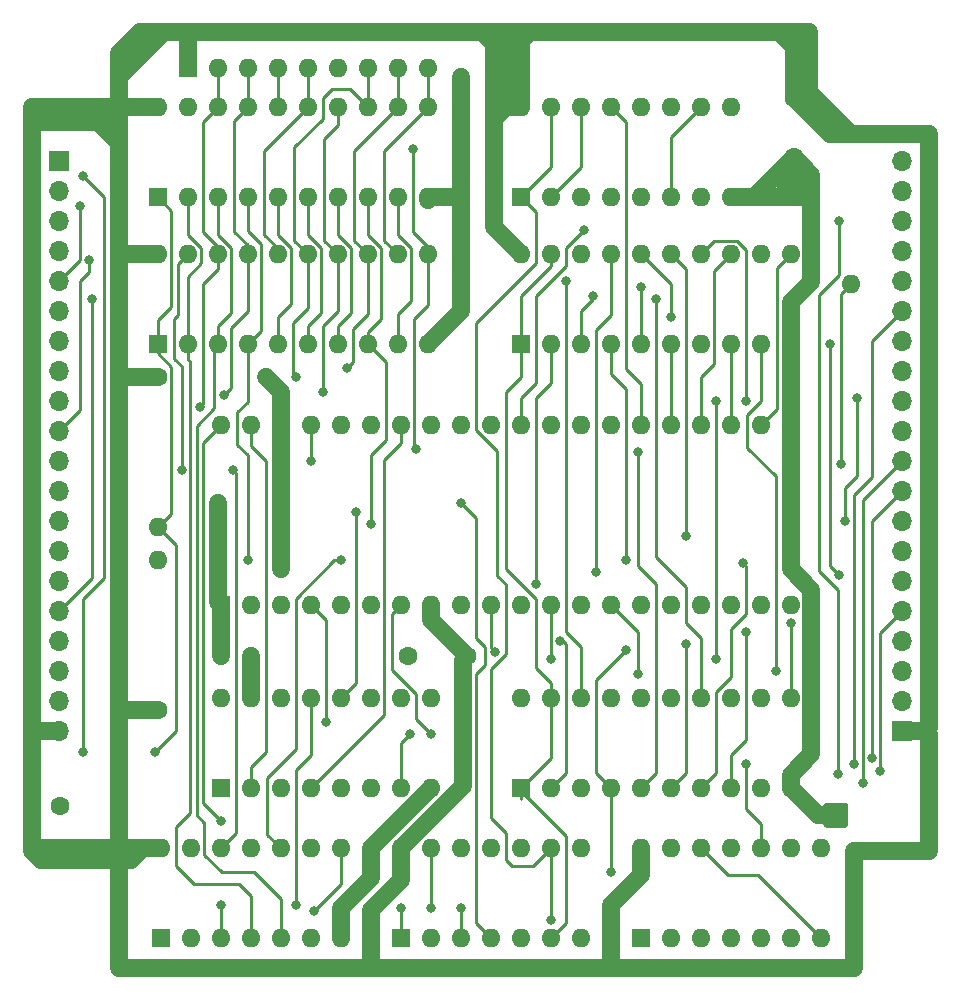
<source format=gtl>
G04 #@! TF.GenerationSoftware,KiCad,Pcbnew,5.1.12-84ad8e8a86~92~ubuntu20.04.1*
G04 #@! TF.CreationDate,2022-08-04T15:06:03-04:00*
G04 #@! TF.ProjectId,burgertime-cpu7,62757267-6572-4746-996d-652d63707537,v1.1*
G04 #@! TF.SameCoordinates,Original*
G04 #@! TF.FileFunction,Copper,L1,Top*
G04 #@! TF.FilePolarity,Positive*
%FSLAX46Y46*%
G04 Gerber Fmt 4.6, Leading zero omitted, Abs format (unit mm)*
G04 Created by KiCad (PCBNEW 5.1.12-84ad8e8a86~92~ubuntu20.04.1) date 2022-08-04 15:06:03*
%MOMM*%
%LPD*%
G01*
G04 APERTURE LIST*
G04 #@! TA.AperFunction,ComponentPad*
%ADD10C,1.600000*%
G04 #@! TD*
G04 #@! TA.AperFunction,ComponentPad*
%ADD11R,1.600000X1.600000*%
G04 #@! TD*
G04 #@! TA.AperFunction,ComponentPad*
%ADD12O,1.600000X1.600000*%
G04 #@! TD*
G04 #@! TA.AperFunction,ComponentPad*
%ADD13O,1.700000X1.700000*%
G04 #@! TD*
G04 #@! TA.AperFunction,ComponentPad*
%ADD14R,1.700000X1.700000*%
G04 #@! TD*
G04 #@! TA.AperFunction,ViaPad*
%ADD15C,0.800000*%
G04 #@! TD*
G04 #@! TA.AperFunction,Conductor*
%ADD16C,1.500000*%
G04 #@! TD*
G04 #@! TA.AperFunction,Conductor*
%ADD17C,0.250000*%
G04 #@! TD*
G04 APERTURE END LIST*
G04 #@! TA.AperFunction,ComponentPad*
G36*
G01*
X171924000Y-123990000D02*
X171924000Y-122390000D01*
G75*
G02*
X172174000Y-122140000I250000J0D01*
G01*
X173774000Y-122140000D01*
G75*
G02*
X174024000Y-122390000I0J-250000D01*
G01*
X174024000Y-123990000D01*
G75*
G02*
X173774000Y-124240000I-250000J0D01*
G01*
X172174000Y-124240000D01*
G75*
G02*
X171924000Y-123990000I0J250000D01*
G01*
G37*
G04 #@! TD.AperFunction*
D10*
X136732000Y-109728000D03*
X141732000Y-109728000D03*
X169418000Y-67484000D03*
X169418000Y-62484000D03*
X107268000Y-122428000D03*
D11*
X112268000Y-122428000D03*
D12*
X120904000Y-90170000D03*
X169164000Y-105410000D03*
X123444000Y-90170000D03*
X166624000Y-105410000D03*
X125984000Y-90170000D03*
X164084000Y-105410000D03*
X128524000Y-90170000D03*
X161544000Y-105410000D03*
X131064000Y-90170000D03*
X159004000Y-105410000D03*
X133604000Y-90170000D03*
X156464000Y-105410000D03*
X136144000Y-90170000D03*
X153924000Y-105410000D03*
X138684000Y-90170000D03*
X151384000Y-105410000D03*
X141224000Y-90170000D03*
X148844000Y-105410000D03*
X143764000Y-90170000D03*
X146304000Y-105410000D03*
X146304000Y-90170000D03*
X143764000Y-105410000D03*
X148844000Y-90170000D03*
X141224000Y-105410000D03*
X151384000Y-90170000D03*
X138684000Y-105410000D03*
X153924000Y-90170000D03*
X136144000Y-105410000D03*
X156464000Y-90170000D03*
X133604000Y-105410000D03*
X159004000Y-90170000D03*
X131064000Y-105410000D03*
X161544000Y-90170000D03*
X128524000Y-105410000D03*
X164084000Y-90170000D03*
X125984000Y-105410000D03*
X166624000Y-90170000D03*
X123444000Y-105410000D03*
X169164000Y-90170000D03*
D11*
X120904000Y-105410000D03*
D12*
X146304000Y-63246000D03*
X164084000Y-70866000D03*
X148844000Y-63246000D03*
X161544000Y-70866000D03*
X151384000Y-63246000D03*
X159004000Y-70866000D03*
X153924000Y-63246000D03*
X156464000Y-70866000D03*
X156464000Y-63246000D03*
X153924000Y-70866000D03*
X159004000Y-63246000D03*
X151384000Y-70866000D03*
X161544000Y-63246000D03*
X148844000Y-70866000D03*
X164084000Y-63246000D03*
D11*
X146304000Y-70866000D03*
D12*
X138430000Y-59944000D03*
X135890000Y-59944000D03*
X133350000Y-59944000D03*
X130810000Y-59944000D03*
X128270000Y-59944000D03*
X125730000Y-59944000D03*
X123190000Y-59944000D03*
X120650000Y-59944000D03*
D11*
X118110000Y-59944000D03*
D12*
X174244000Y-78232000D03*
D10*
X174244000Y-65532000D03*
D12*
X115570000Y-101600000D03*
D10*
X115570000Y-114300000D03*
D12*
X115570000Y-98806000D03*
D10*
X115570000Y-86106000D03*
D13*
X178562000Y-67818000D03*
X178562000Y-70358000D03*
X178562000Y-72898000D03*
X178562000Y-75438000D03*
X178562000Y-77978000D03*
X178562000Y-80518000D03*
X178562000Y-83058000D03*
X178562000Y-85598000D03*
X178562000Y-88138000D03*
X178562000Y-90678000D03*
X178562000Y-93218000D03*
X178562000Y-95758000D03*
X178562000Y-98298000D03*
X178562000Y-100838000D03*
X178562000Y-103378000D03*
X178562000Y-105918000D03*
X178562000Y-108458000D03*
X178562000Y-110998000D03*
X178562000Y-113538000D03*
D14*
X178562000Y-116078000D03*
D13*
X107188000Y-116078000D03*
X107188000Y-113538000D03*
X107188000Y-110998000D03*
X107188000Y-108458000D03*
X107188000Y-105918000D03*
X107188000Y-103378000D03*
X107188000Y-100838000D03*
X107188000Y-98298000D03*
X107188000Y-95758000D03*
X107188000Y-93218000D03*
X107188000Y-90678000D03*
X107188000Y-88138000D03*
X107188000Y-85598000D03*
X107188000Y-83058000D03*
X107188000Y-80518000D03*
X107188000Y-77978000D03*
X107188000Y-75438000D03*
X107188000Y-72898000D03*
X107188000Y-70358000D03*
D14*
X107188000Y-67818000D03*
D12*
X156464000Y-125984000D03*
X171704000Y-133604000D03*
X159004000Y-125984000D03*
X169164000Y-133604000D03*
X161544000Y-125984000D03*
X166624000Y-133604000D03*
X164084000Y-125984000D03*
X164084000Y-133604000D03*
X166624000Y-125984000D03*
X161544000Y-133604000D03*
X169164000Y-125984000D03*
X159004000Y-133604000D03*
X171704000Y-125984000D03*
D11*
X156464000Y-133604000D03*
D12*
X136144000Y-125984000D03*
X151384000Y-133604000D03*
X138684000Y-125984000D03*
X148844000Y-133604000D03*
X141224000Y-125984000D03*
X146304000Y-133604000D03*
X143764000Y-125984000D03*
X143764000Y-133604000D03*
X146304000Y-125984000D03*
X141224000Y-133604000D03*
X148844000Y-125984000D03*
X138684000Y-133604000D03*
X151384000Y-125984000D03*
D11*
X136144000Y-133604000D03*
D12*
X115824000Y-125984000D03*
X131064000Y-133604000D03*
X118364000Y-125984000D03*
X128524000Y-133604000D03*
X120904000Y-125984000D03*
X125984000Y-133604000D03*
X123444000Y-125984000D03*
X123444000Y-133604000D03*
X125984000Y-125984000D03*
X120904000Y-133604000D03*
X128524000Y-125984000D03*
X118364000Y-133604000D03*
X131064000Y-125984000D03*
D11*
X115824000Y-133604000D03*
D12*
X146304000Y-113284000D03*
X169164000Y-120904000D03*
X148844000Y-113284000D03*
X166624000Y-120904000D03*
X151384000Y-113284000D03*
X164084000Y-120904000D03*
X153924000Y-113284000D03*
X161544000Y-120904000D03*
X156464000Y-113284000D03*
X159004000Y-120904000D03*
X159004000Y-113284000D03*
X156464000Y-120904000D03*
X161544000Y-113284000D03*
X153924000Y-120904000D03*
X164084000Y-113284000D03*
X151384000Y-120904000D03*
X166624000Y-113284000D03*
X148844000Y-120904000D03*
X169164000Y-113284000D03*
D11*
X146304000Y-120904000D03*
D12*
X120904000Y-113284000D03*
X138684000Y-120904000D03*
X123444000Y-113284000D03*
X136144000Y-120904000D03*
X125984000Y-113284000D03*
X133604000Y-120904000D03*
X128524000Y-113284000D03*
X131064000Y-120904000D03*
X131064000Y-113284000D03*
X128524000Y-120904000D03*
X133604000Y-113284000D03*
X125984000Y-120904000D03*
X136144000Y-113284000D03*
X123444000Y-120904000D03*
X138684000Y-113284000D03*
D11*
X120904000Y-120904000D03*
D12*
X146304000Y-75692000D03*
X169164000Y-83312000D03*
X148844000Y-75692000D03*
X166624000Y-83312000D03*
X151384000Y-75692000D03*
X164084000Y-83312000D03*
X153924000Y-75692000D03*
X161544000Y-83312000D03*
X156464000Y-75692000D03*
X159004000Y-83312000D03*
X159004000Y-75692000D03*
X156464000Y-83312000D03*
X161544000Y-75692000D03*
X153924000Y-83312000D03*
X164084000Y-75692000D03*
X151384000Y-83312000D03*
X166624000Y-75692000D03*
X148844000Y-83312000D03*
X169164000Y-75692000D03*
D11*
X146304000Y-83312000D03*
D12*
X115570000Y-75692000D03*
X138430000Y-83312000D03*
X118110000Y-75692000D03*
X135890000Y-83312000D03*
X120650000Y-75692000D03*
X133350000Y-83312000D03*
X123190000Y-75692000D03*
X130810000Y-83312000D03*
X125730000Y-75692000D03*
X128270000Y-83312000D03*
X128270000Y-75692000D03*
X125730000Y-83312000D03*
X130810000Y-75692000D03*
X123190000Y-83312000D03*
X133350000Y-75692000D03*
X120650000Y-83312000D03*
X135890000Y-75692000D03*
X118110000Y-83312000D03*
X138430000Y-75692000D03*
D11*
X115570000Y-83312000D03*
D12*
X115570000Y-63246000D03*
X138430000Y-70866000D03*
X118110000Y-63246000D03*
X135890000Y-70866000D03*
X120650000Y-63246000D03*
X133350000Y-70866000D03*
X123190000Y-63246000D03*
X130810000Y-70866000D03*
X125730000Y-63246000D03*
X128270000Y-70866000D03*
X128270000Y-63246000D03*
X125730000Y-70866000D03*
X130810000Y-63246000D03*
X123190000Y-70866000D03*
X133350000Y-63246000D03*
X120650000Y-70866000D03*
X135890000Y-63246000D03*
X118110000Y-70866000D03*
X138430000Y-63246000D03*
D11*
X115570000Y-70866000D03*
D15*
X123444000Y-109728000D03*
X120904000Y-109728000D03*
X120650000Y-96774000D03*
X141224004Y-60706000D03*
X124714000Y-86106000D03*
X125984000Y-102362000D03*
X109220000Y-117856000D03*
X109220000Y-69088000D03*
X119126000Y-88646000D03*
X133604000Y-98552000D03*
X121158002Y-87630000D03*
X173736000Y-98298000D03*
X174752000Y-87884000D03*
X137160000Y-66802000D03*
X137414000Y-92201996D03*
X151638000Y-73660000D03*
X129540000Y-87339010D03*
X123190000Y-101563010D03*
X127254000Y-86106000D03*
X131572000Y-85344000D03*
X165354000Y-118872000D03*
X115316000Y-117856000D03*
X136906000Y-116332000D03*
X148844000Y-132080000D03*
X117602000Y-93980000D03*
X121920000Y-93980000D03*
X167894000Y-110998000D03*
X109728000Y-76200000D03*
X152654000Y-102616000D03*
X173228004Y-102870000D03*
X172466000Y-83312000D03*
X159004000Y-81026000D03*
X160274000Y-99568000D03*
X156464000Y-78486000D03*
X162814000Y-109982000D03*
X165354000Y-88138000D03*
X162814000Y-88138000D03*
X155194000Y-101600000D03*
X152400000Y-79248000D03*
X109981998Y-79502000D03*
X147574000Y-103632000D03*
X131064000Y-101600000D03*
X120904000Y-123698000D03*
X175296989Y-120432989D03*
X128524000Y-93218000D03*
X169164000Y-106934000D03*
X165354000Y-107696000D03*
X156210000Y-111251992D03*
X160274000Y-108712000D03*
X148844000Y-109982004D03*
X155194002Y-109220000D03*
X153924000Y-128016000D03*
X144148136Y-109383875D03*
X149606000Y-108458000D03*
X138684000Y-116332000D03*
X129794000Y-115316000D03*
X174498000Y-118871998D03*
X138684000Y-131064000D03*
X127254000Y-130810000D03*
X120904000Y-130810000D03*
X173444001Y-93434001D03*
X132334000Y-97536000D03*
X176022000Y-118364000D03*
X108966000Y-71628000D03*
X173228000Y-72898000D03*
X173189573Y-119707979D03*
X150114000Y-77978000D03*
X165100000Y-101854000D03*
X156210000Y-92456000D03*
X157734000Y-79502000D03*
X176747002Y-119416998D03*
X141224000Y-131064000D03*
X136144000Y-131064000D03*
X128778000Y-131318000D03*
X141224000Y-96774000D03*
D16*
X123444000Y-113284000D02*
X123444000Y-109728000D01*
X120904000Y-109728000D02*
X120904000Y-105410000D01*
X169164000Y-79756000D02*
X169164000Y-83312000D01*
X170914001Y-78005999D02*
X169164000Y-79756000D01*
X169418000Y-67484000D02*
X170914001Y-68980001D01*
X169164000Y-83312000D02*
X169164000Y-90170000D01*
X120650000Y-105156000D02*
X120904000Y-105410000D01*
X120650000Y-96774000D02*
X120650000Y-105156000D01*
X138684000Y-120904000D02*
X133604000Y-125984000D01*
X133604000Y-125984000D02*
X133604000Y-128524000D01*
X131064000Y-131064000D02*
X131064000Y-133604000D01*
X133604000Y-128524000D02*
X131064000Y-131064000D01*
X141224000Y-80518000D02*
X138430000Y-83312000D01*
X141224000Y-73914000D02*
X141224000Y-80518000D01*
X138430000Y-70866000D02*
X138430000Y-71120000D01*
X141224004Y-68071996D02*
X141224004Y-60706000D01*
X141224004Y-73913996D02*
X141224000Y-73914000D01*
X141224000Y-70866000D02*
X141224004Y-70865996D01*
X138430000Y-70866000D02*
X141224000Y-70866000D01*
X141224004Y-70865996D02*
X141224004Y-73913996D01*
X141224004Y-68071996D02*
X141224004Y-70865996D01*
D17*
X166370000Y-128270000D02*
X171704000Y-133604000D01*
X163830000Y-128270000D02*
X166370000Y-128270000D01*
X161544000Y-125984000D02*
X163830000Y-128270000D01*
D16*
X170919988Y-118016642D02*
X169164000Y-119772630D01*
X170919988Y-104117988D02*
X170919988Y-118016642D01*
X169164000Y-102362000D02*
X170919988Y-104117988D01*
X169164000Y-119772630D02*
X169164000Y-120904000D01*
X169164000Y-90170000D02*
X169164000Y-102362000D01*
X171450000Y-123190000D02*
X169164000Y-120904000D01*
X172974000Y-123190000D02*
X171450000Y-123190000D01*
X166036000Y-70866000D02*
X169418000Y-67484000D01*
X164084000Y-70866000D02*
X166036000Y-70866000D01*
X170434000Y-70866000D02*
X170914001Y-70385999D01*
X164084000Y-70866000D02*
X170434000Y-70866000D01*
X170914001Y-70385999D02*
X170914001Y-78005999D01*
X170914001Y-68980001D02*
X170914001Y-70385999D01*
X170914001Y-68980001D02*
X169525999Y-68980001D01*
X169525999Y-68980001D02*
X168656000Y-69850000D01*
X168656000Y-69850000D02*
X169926000Y-69850000D01*
X118110000Y-59944000D02*
X118110000Y-56896000D01*
X146304000Y-75692000D02*
X144018000Y-73406000D01*
D17*
X151384000Y-68326000D02*
X148844000Y-70866000D01*
X151384000Y-63246000D02*
X151384000Y-68326000D01*
X159004000Y-65786000D02*
X161544000Y-63246000D01*
X159004000Y-70866000D02*
X159004000Y-65786000D01*
D16*
X171196000Y-62484000D02*
X174244000Y-65532000D01*
X169418000Y-62484000D02*
X171196000Y-62484000D01*
X153924000Y-130810000D02*
X153924000Y-136144000D01*
X156464000Y-128270000D02*
X153924000Y-130810000D01*
X156464000Y-125984000D02*
X156464000Y-128270000D01*
X133604000Y-136144000D02*
X153924000Y-136144000D01*
X115824000Y-125984000D02*
X112268000Y-125984000D01*
X112268000Y-122428000D02*
X112268000Y-125984000D01*
X112268000Y-136144000D02*
X133604000Y-136144000D01*
X112268000Y-125984000D02*
X104902000Y-125984000D01*
X105410000Y-116078000D02*
X104902000Y-116586000D01*
X107188000Y-116078000D02*
X105410000Y-116078000D01*
X104902000Y-125984000D02*
X104902000Y-116586000D01*
X115570000Y-114300000D02*
X112268000Y-114300000D01*
X112268000Y-114300000D02*
X112268000Y-122428000D01*
X112268000Y-86106000D02*
X115570000Y-86106000D01*
X112268000Y-114300000D02*
X112268000Y-86106000D01*
X112268000Y-86106000D02*
X112268000Y-75692000D01*
X112268000Y-75692000D02*
X115570000Y-75692000D01*
X112268000Y-63500000D02*
X112014000Y-63246000D01*
X112014000Y-63246000D02*
X115570000Y-63246000D01*
X104902000Y-63246000D02*
X112014000Y-63246000D01*
X125984000Y-87376000D02*
X124714000Y-86106000D01*
X125984000Y-90170000D02*
X125984000Y-87376000D01*
X125984000Y-90170000D02*
X125984000Y-102362000D01*
X138684000Y-106680000D02*
X141732000Y-109728000D01*
X138684000Y-105410000D02*
X138684000Y-106680000D01*
X133604000Y-131191000D02*
X133604000Y-136144000D01*
X136144000Y-128651000D02*
X133604000Y-131191000D01*
X136144000Y-125984000D02*
X136144000Y-128651000D01*
X141418990Y-110041010D02*
X141732000Y-109728000D01*
X141418990Y-120709010D02*
X141418990Y-110041010D01*
X136144000Y-125984000D02*
X141418990Y-120709010D01*
X112014000Y-64516000D02*
X112268000Y-64770000D01*
X112268000Y-64770000D02*
X112268000Y-63500000D01*
X104902000Y-116586000D02*
X104902000Y-64516000D01*
X104902000Y-64516000D02*
X104902000Y-63246000D01*
X110490000Y-64516000D02*
X112268000Y-66294000D01*
X109982000Y-64516000D02*
X110490000Y-64516000D01*
X112268000Y-66294000D02*
X112268000Y-64770000D01*
X112268000Y-75692000D02*
X112268000Y-66294000D01*
X104902000Y-64516000D02*
X109982000Y-64516000D01*
X109982000Y-64516000D02*
X112014000Y-64516000D01*
X114046000Y-56896000D02*
X118110000Y-56896000D01*
X112268000Y-58674000D02*
X114046000Y-56896000D01*
X112014000Y-63246000D02*
X112268000Y-62992000D01*
X112268000Y-62992000D02*
X112268000Y-59944000D01*
X112268000Y-59944000D02*
X112268000Y-58674000D01*
X116078000Y-56896000D02*
X116332000Y-56896000D01*
X112268000Y-60706000D02*
X116078000Y-56896000D01*
X146304000Y-63246000D02*
X145034000Y-61976000D01*
X145034000Y-57658000D02*
X144272000Y-56896000D01*
X144272000Y-56896000D02*
X146304000Y-56896000D01*
X145034000Y-61976000D02*
X145034000Y-57658000D01*
X144018000Y-56896000D02*
X144272000Y-56896000D01*
X146304000Y-63246000D02*
X145034000Y-63246000D01*
X145034000Y-63246000D02*
X144018000Y-64262000D01*
X144018000Y-73406000D02*
X144018000Y-64262000D01*
X170688000Y-56896000D02*
X169418000Y-56896000D01*
X170688000Y-61976000D02*
X170688000Y-56896000D01*
X171196000Y-62484000D02*
X170688000Y-61976000D01*
X169418000Y-62484000D02*
X172466000Y-65532000D01*
X172466000Y-65532000D02*
X174244000Y-65532000D01*
X146304000Y-57658000D02*
X147066000Y-56896000D01*
X146304000Y-58420000D02*
X146304000Y-57658000D01*
X146304000Y-56896000D02*
X147066000Y-56896000D01*
X146304000Y-56896000D02*
X146304000Y-58420000D01*
X146304000Y-58420000D02*
X146304000Y-63246000D01*
X144018000Y-57912000D02*
X143002000Y-56896000D01*
X144018000Y-58166000D02*
X144018000Y-57912000D01*
X143002000Y-56896000D02*
X144018000Y-56896000D01*
X118110000Y-56896000D02*
X143002000Y-56896000D01*
X144018000Y-64262000D02*
X144018000Y-58166000D01*
X144018000Y-58166000D02*
X144018000Y-56896000D01*
X168148000Y-56896000D02*
X169418000Y-58166000D01*
X169418000Y-58166000D02*
X169418000Y-56896000D01*
X169418000Y-62484000D02*
X169418000Y-58166000D01*
X147066000Y-56896000D02*
X168148000Y-56896000D01*
X168148000Y-56896000D02*
X169418000Y-56896000D01*
X104902000Y-125984000D02*
X104902000Y-126238000D01*
X104902000Y-126238000D02*
X105664000Y-127000000D01*
X105664000Y-127000000D02*
X112268000Y-127000000D01*
X112268000Y-127000000D02*
X112268000Y-136144000D01*
X112268000Y-125984000D02*
X112268000Y-127000000D01*
X113284000Y-127000000D02*
X114300000Y-125984000D01*
X112268000Y-127000000D02*
X113284000Y-127000000D01*
X180848000Y-115824000D02*
X180594000Y-116078000D01*
X180848000Y-65532000D02*
X180848000Y-115824000D01*
X174244000Y-65532000D02*
X180848000Y-65532000D01*
X174498000Y-136144000D02*
X153924000Y-136144000D01*
X174498000Y-126238000D02*
X174498000Y-136144000D01*
X180848000Y-126238000D02*
X174498000Y-126238000D01*
X180848000Y-116332000D02*
X180848000Y-126238000D01*
X180594000Y-116078000D02*
X180848000Y-116332000D01*
X178562000Y-116078000D02*
X180594000Y-116078000D01*
D17*
X109220000Y-117856000D02*
X109220000Y-104902000D01*
X109220000Y-104902000D02*
X110998000Y-103124000D01*
X110998000Y-70866000D02*
X109220000Y-69088000D01*
X110998000Y-103124000D02*
X110998000Y-70866000D01*
X135890000Y-80772000D02*
X135890000Y-83312000D01*
X137015001Y-79646999D02*
X135890000Y-80772000D01*
X137015001Y-75151999D02*
X137015001Y-79646999D01*
X135890000Y-74026998D02*
X137015001Y-75151999D01*
X135890000Y-70866000D02*
X135890000Y-74026998D01*
X120650000Y-59944000D02*
X120650000Y-63246000D01*
X119380000Y-88392000D02*
X119126000Y-88646000D01*
X120650000Y-76962000D02*
X119380000Y-78232000D01*
X119380000Y-78232000D02*
X119380000Y-88392000D01*
X120650000Y-75692000D02*
X120650000Y-76962000D01*
X119380000Y-64516000D02*
X120650000Y-63246000D01*
X119380000Y-73787000D02*
X119380000Y-64516000D01*
X120650000Y-75057000D02*
X119380000Y-73787000D01*
X120650000Y-75692000D02*
X120650000Y-75057000D01*
X133350000Y-82296000D02*
X133350000Y-83312000D01*
X134475001Y-81170999D02*
X133350000Y-82296000D01*
X134475001Y-75151999D02*
X134475001Y-81170999D01*
X133350000Y-74026998D02*
X134475001Y-75151999D01*
X133350000Y-70866000D02*
X133350000Y-74026998D01*
X134874000Y-91440000D02*
X133604000Y-92710000D01*
X134874000Y-84836000D02*
X134874000Y-91440000D01*
X133350000Y-83312000D02*
X134874000Y-84836000D01*
X133604000Y-92710000D02*
X133604000Y-98552000D01*
X123190000Y-59944000D02*
X123190000Y-63246000D01*
X122064999Y-64371001D02*
X123190000Y-63246000D01*
X122064999Y-73804999D02*
X122064999Y-64371001D01*
X123190000Y-74930000D02*
X122064999Y-73804999D01*
X123190000Y-75692000D02*
X123190000Y-74930000D01*
X123190000Y-80518000D02*
X121811999Y-81896001D01*
X123190000Y-75692000D02*
X123190000Y-80518000D01*
X121811999Y-81896001D02*
X121811999Y-86976003D01*
X121811999Y-86976003D02*
X121158002Y-87630000D01*
X174752000Y-94488000D02*
X174752000Y-87884000D01*
X173736000Y-95504000D02*
X174752000Y-94488000D01*
X173736000Y-98298000D02*
X173736000Y-95504000D01*
X130810000Y-81788000D02*
X130810000Y-83312000D01*
X131935001Y-80662999D02*
X130810000Y-81788000D01*
X131935001Y-75151999D02*
X131935001Y-80662999D01*
X130810000Y-74026998D02*
X131935001Y-75151999D01*
X130810000Y-70866000D02*
X130810000Y-74026998D01*
X125730000Y-59944000D02*
X125730000Y-63246000D01*
X137269001Y-81170999D02*
X137269001Y-92056997D01*
X138430000Y-80010000D02*
X137269001Y-81170999D01*
X138430000Y-75692000D02*
X138430000Y-80010000D01*
X137269001Y-92056997D02*
X137414000Y-92201996D01*
X138430000Y-75057000D02*
X138430000Y-75692000D01*
X137160000Y-73787000D02*
X138430000Y-75057000D01*
X137160000Y-66802000D02*
X137160000Y-73787000D01*
X128270000Y-81788000D02*
X128270000Y-83312000D01*
X129395001Y-80662999D02*
X128270000Y-81788000D01*
X129395001Y-75151999D02*
X129395001Y-80662999D01*
X128270000Y-74026998D02*
X129395001Y-75151999D01*
X128270000Y-70866000D02*
X128270000Y-74026998D01*
X128270000Y-59944000D02*
X128270000Y-63246000D01*
X150114000Y-76708000D02*
X150114000Y-75184000D01*
X147574000Y-79248000D02*
X150114000Y-76708000D01*
X150114000Y-75184000D02*
X151638000Y-73660000D01*
X147574000Y-86614000D02*
X147574000Y-79248000D01*
X146304000Y-87884000D02*
X147574000Y-86614000D01*
X146304000Y-90170000D02*
X146304000Y-87884000D01*
X124604999Y-66911001D02*
X128270000Y-63246000D01*
X124604999Y-74058999D02*
X124604999Y-66911001D01*
X125730000Y-75184000D02*
X124604999Y-74058999D01*
X125730000Y-75692000D02*
X125730000Y-75184000D01*
X126855001Y-79900999D02*
X125730000Y-81026000D01*
X126855001Y-75151999D02*
X126855001Y-79900999D01*
X125730000Y-74026998D02*
X126855001Y-75151999D01*
X125730000Y-81026000D02*
X125730000Y-83312000D01*
X125730000Y-70866000D02*
X125730000Y-74026998D01*
X130810000Y-64770000D02*
X130810000Y-63246000D01*
X129684999Y-65895001D02*
X130810000Y-64770000D01*
X129684999Y-74566999D02*
X129684999Y-65895001D01*
X130810000Y-75692000D02*
X129684999Y-74566999D01*
X129540000Y-81725205D02*
X129540000Y-87339010D01*
X130810000Y-80455205D02*
X129540000Y-81725205D01*
X130810000Y-75692000D02*
X130810000Y-80455205D01*
X124315001Y-82186999D02*
X123190000Y-83312000D01*
X124315001Y-74841500D02*
X124315001Y-82186999D01*
X123190000Y-73716499D02*
X124315001Y-74841500D01*
X123190000Y-70866000D02*
X123190000Y-73716499D01*
X123190000Y-92710000D02*
X123190000Y-101563010D01*
X122318999Y-91838999D02*
X123190000Y-92710000D01*
X123190000Y-83312000D02*
X123190000Y-88195004D01*
X123190000Y-88195004D02*
X122318999Y-89066005D01*
X122318999Y-89066005D02*
X122318999Y-91838999D01*
X133350000Y-59944000D02*
X133350000Y-63246000D01*
X128270000Y-80201205D02*
X128270000Y-75692000D01*
X127000000Y-81471205D02*
X128270000Y-80201205D01*
X127000000Y-85852000D02*
X127000000Y-81471205D01*
X127254000Y-86106000D02*
X127000000Y-85852000D01*
X130302000Y-61722000D02*
X131826000Y-61722000D01*
X129540000Y-62484000D02*
X130302000Y-61722000D01*
X131826000Y-61722000D02*
X133350000Y-63246000D01*
X129540000Y-64205501D02*
X129540000Y-62484000D01*
X127144999Y-66600502D02*
X129540000Y-64205501D01*
X127144999Y-74566999D02*
X127144999Y-66600502D01*
X128270000Y-75692000D02*
X127144999Y-74566999D01*
X120650000Y-81788000D02*
X120650000Y-83312000D01*
X121775001Y-80662999D02*
X120650000Y-81788000D01*
X121775001Y-75151999D02*
X121775001Y-80662999D01*
X120650000Y-74026998D02*
X121775001Y-75151999D01*
X120650000Y-70866000D02*
X120650000Y-74026998D01*
X120359002Y-83602998D02*
X120650000Y-83312000D01*
X118872000Y-90227004D02*
X120359002Y-88740002D01*
X120359002Y-88740002D02*
X120359002Y-83602998D01*
X118872000Y-123190000D02*
X118872000Y-90227004D01*
X119489001Y-123807001D02*
X118872000Y-123190000D01*
X119489001Y-126524001D02*
X119489001Y-123807001D01*
X120981000Y-128016000D02*
X119489001Y-126524001D01*
X123698000Y-128016000D02*
X120981000Y-128016000D01*
X125984000Y-130302000D02*
X123698000Y-128016000D01*
X125984000Y-133604000D02*
X125984000Y-130302000D01*
X135890000Y-59944000D02*
X135890000Y-63246000D01*
X132224999Y-66911001D02*
X135890000Y-63246000D01*
X132224999Y-74566999D02*
X132224999Y-66911001D01*
X133350000Y-75692000D02*
X132224999Y-74566999D01*
X133350000Y-80709205D02*
X133350000Y-75692000D01*
X132080000Y-81979205D02*
X133350000Y-80709205D01*
X132080000Y-84836000D02*
X132080000Y-81979205D01*
X131572000Y-85344000D02*
X132080000Y-84836000D01*
X118110000Y-77595590D02*
X118110000Y-83312000D01*
X119235001Y-75151999D02*
X119235001Y-76470589D01*
X118110000Y-74026998D02*
X119235001Y-75151999D01*
X119235001Y-76470589D02*
X118110000Y-77595590D01*
X118110000Y-70866000D02*
X118110000Y-74026998D01*
X122428000Y-129032000D02*
X123444000Y-130048000D01*
X118618000Y-129032000D02*
X122428000Y-129032000D01*
X117094000Y-127508000D02*
X118618000Y-129032000D01*
X117094000Y-124206000D02*
X117094000Y-127508000D01*
X118327001Y-122972999D02*
X117094000Y-124206000D01*
X123444000Y-130048000D02*
X123444000Y-133604000D01*
X118327001Y-84799001D02*
X118327001Y-122972999D01*
X118110000Y-84582000D02*
X118327001Y-84799001D01*
X118110000Y-83312000D02*
X118110000Y-84582000D01*
X138430000Y-59944000D02*
X138430000Y-63246000D01*
X134764999Y-66911001D02*
X138430000Y-63246000D01*
X134764999Y-74566999D02*
X134764999Y-66911001D01*
X135890000Y-75692000D02*
X134764999Y-74566999D01*
X155194000Y-64516000D02*
X153924000Y-63246000D01*
X155194000Y-85414501D02*
X155194000Y-64516000D01*
X156464000Y-86684501D02*
X155194000Y-85414501D01*
X156464000Y-90170000D02*
X156464000Y-86684501D01*
X115570000Y-83312000D02*
X115570000Y-84074000D01*
X116695001Y-97680999D02*
X115570000Y-98806000D01*
X116695001Y-85199001D02*
X116695001Y-97680999D01*
X115570000Y-84074000D02*
X116695001Y-85199001D01*
X136144000Y-117094000D02*
X136144000Y-120904000D01*
X136906000Y-116332000D02*
X136144000Y-117094000D01*
X116695001Y-80154999D02*
X115570000Y-81280000D01*
X115570000Y-81280000D02*
X115570000Y-83312000D01*
X116695001Y-71991001D02*
X116695001Y-80154999D01*
X115570000Y-70866000D02*
X116695001Y-71991001D01*
X117094000Y-116078000D02*
X115316000Y-117856000D01*
X117094000Y-100330000D02*
X117094000Y-116078000D01*
X115570000Y-98806000D02*
X117094000Y-100330000D01*
X165354000Y-122682000D02*
X165354000Y-118872000D01*
X166624000Y-123952000D02*
X165354000Y-122682000D01*
X166624000Y-125984000D02*
X166624000Y-123952000D01*
X148844000Y-132080000D02*
X148844000Y-125984000D01*
X148844000Y-68326000D02*
X146304000Y-70866000D01*
X148844000Y-63246000D02*
X148844000Y-68326000D01*
X147574000Y-76454000D02*
X147574000Y-72136000D01*
X148844000Y-125984000D02*
X147320000Y-127508000D01*
X143764000Y-123444000D02*
X143764000Y-110841013D01*
X145034000Y-109571013D02*
X145034000Y-103632000D01*
X145542000Y-127508000D02*
X145034000Y-127000000D01*
X142494000Y-81534000D02*
X147574000Y-76454000D01*
X147574000Y-72136000D02*
X146304000Y-70866000D01*
X145034000Y-124714000D02*
X143764000Y-123444000D01*
X142494000Y-90565002D02*
X142494000Y-81534000D01*
X147320000Y-127508000D02*
X145542000Y-127508000D01*
X143764000Y-110841013D02*
X145034000Y-109571013D01*
X145034000Y-127000000D02*
X145034000Y-124714000D01*
X144304001Y-92375003D02*
X142494000Y-90565002D01*
X145034000Y-103632000D02*
X144304001Y-102902001D01*
X144304001Y-102902001D02*
X144304001Y-92375003D01*
X117602000Y-85160501D02*
X117602000Y-93980000D01*
X116984999Y-84543500D02*
X117602000Y-85160501D01*
X116984999Y-81135001D02*
X116984999Y-84543500D01*
X117310001Y-80809999D02*
X116984999Y-81135001D01*
X117310001Y-76491999D02*
X117310001Y-80809999D01*
X118110000Y-75692000D02*
X117310001Y-76491999D01*
X122174000Y-94234000D02*
X122174000Y-124714000D01*
X122174000Y-124714000D02*
X120904000Y-125984000D01*
X121920000Y-93980000D02*
X122174000Y-94234000D01*
X146304000Y-120904000D02*
X146304000Y-121793000D01*
X148844000Y-118364000D02*
X146304000Y-120904000D01*
X148844000Y-113284000D02*
X148844000Y-118364000D01*
X150114000Y-132334000D02*
X148844000Y-133604000D01*
X150114000Y-124968000D02*
X150114000Y-132334000D01*
X146304000Y-121158000D02*
X150114000Y-124968000D01*
X146304000Y-120904000D02*
X146304000Y-121158000D01*
X146304000Y-79248000D02*
X146304000Y-83312000D01*
X148844000Y-76708000D02*
X146304000Y-79248000D01*
X148844000Y-75692000D02*
X148844000Y-76708000D01*
X148844000Y-112014000D02*
X148844000Y-113284000D01*
X147574000Y-110744000D02*
X148844000Y-112014000D01*
X147574000Y-104902000D02*
X147574000Y-110744000D01*
X145034000Y-102362000D02*
X147574000Y-104902000D01*
X145034000Y-87376000D02*
X145034000Y-102362000D01*
X146304000Y-86106000D02*
X145034000Y-87376000D01*
X146304000Y-83312000D02*
X146304000Y-86106000D01*
X166624000Y-83312000D02*
X166624000Y-88138000D01*
X165498999Y-89263001D02*
X165498999Y-92092999D01*
X166624000Y-88138000D02*
X165498999Y-89263001D01*
X165498999Y-92092999D02*
X167894000Y-94488000D01*
X167894000Y-94488000D02*
X167894000Y-110998000D01*
X109728000Y-77216000D02*
X109728000Y-76200000D01*
X108966000Y-77978000D02*
X109728000Y-77216000D01*
X108966000Y-88900000D02*
X108966000Y-77978000D01*
X107188000Y-90678000D02*
X108966000Y-88900000D01*
X164084000Y-83312000D02*
X164084000Y-90170000D01*
X153924000Y-80829004D02*
X152654000Y-82099004D01*
X153924000Y-75692000D02*
X153924000Y-80829004D01*
X152654000Y-82099004D02*
X152654000Y-102616000D01*
X172466000Y-102107996D02*
X172466000Y-83312000D01*
X173228004Y-102870000D02*
X172466000Y-102107996D01*
X159004000Y-78232000D02*
X156464000Y-75692000D01*
X159004000Y-81026000D02*
X159004000Y-78232000D01*
X159004000Y-83312000D02*
X159004000Y-90170000D01*
X159004000Y-75692000D02*
X160274000Y-76962000D01*
X160274000Y-76962000D02*
X160274000Y-99568000D01*
X156464000Y-83312000D02*
X156464000Y-78486000D01*
X165354000Y-75296998D02*
X165354000Y-88138000D01*
X161544000Y-75692000D02*
X162669001Y-74566999D01*
X162669001Y-74566999D02*
X164624001Y-74566999D01*
X164624001Y-74566999D02*
X165354000Y-75296998D01*
X162814000Y-109982000D02*
X162814000Y-88138000D01*
X155194000Y-87122000D02*
X155194000Y-101600000D01*
X153924000Y-85852000D02*
X155194000Y-87122000D01*
X153924000Y-83312000D02*
X153924000Y-85852000D01*
X162669001Y-77106999D02*
X164084000Y-75692000D01*
X162669001Y-84980999D02*
X162669001Y-77106999D01*
X161544000Y-86106000D02*
X162669001Y-84980999D01*
X161544000Y-90170000D02*
X161544000Y-86106000D01*
X152400000Y-79502000D02*
X152400000Y-79248000D01*
X151384000Y-80518000D02*
X152400000Y-79502000D01*
X151384000Y-83312000D02*
X151384000Y-80518000D01*
X107188000Y-105918000D02*
X109981998Y-103124002D01*
X109981998Y-103124002D02*
X109981998Y-79502000D01*
X148844000Y-83312000D02*
X148844000Y-86614000D01*
X148844000Y-86614000D02*
X147574000Y-87884000D01*
X147574000Y-87884000D02*
X147574000Y-103632000D01*
X127254000Y-104844315D02*
X130498315Y-101600000D01*
X125984000Y-125984000D02*
X124858999Y-124858999D01*
X130498315Y-101600000D02*
X131064000Y-101600000D01*
X124858999Y-124858999D02*
X124858999Y-119997001D01*
X124858999Y-119997001D02*
X127254000Y-117602000D01*
X127254000Y-117602000D02*
X127254000Y-104844315D01*
X168038999Y-76817001D02*
X169164000Y-75692000D01*
X168038999Y-88755001D02*
X168038999Y-76817001D01*
X166624000Y-90170000D02*
X168038999Y-88755001D01*
X119380000Y-91694000D02*
X120904000Y-90170000D01*
X119380000Y-122174000D02*
X119380000Y-91694000D01*
X120904000Y-123698000D02*
X119380000Y-122174000D01*
X178562000Y-93218000D02*
X175296989Y-96483011D01*
X175296989Y-96483011D02*
X175296989Y-120432989D01*
X123444000Y-119126000D02*
X123444000Y-120904000D01*
X124714000Y-117856000D02*
X123444000Y-119126000D01*
X124714000Y-93218000D02*
X124714000Y-117856000D01*
X123444000Y-91948000D02*
X124714000Y-93218000D01*
X123444000Y-90170000D02*
X123444000Y-91948000D01*
X128524000Y-90170000D02*
X128524000Y-93218000D01*
X169164000Y-106934000D02*
X169164000Y-113284000D01*
X164084000Y-118110000D02*
X164084000Y-120904000D01*
X165354000Y-116840000D02*
X164084000Y-118110000D01*
X165354000Y-107696000D02*
X165354000Y-116840000D01*
X134729001Y-114698999D02*
X128524000Y-120904000D01*
X134729001Y-93108999D02*
X134729001Y-114698999D01*
X136144000Y-91694000D02*
X134729001Y-93108999D01*
X136144000Y-90170000D02*
X136144000Y-91694000D01*
X153924000Y-105410000D02*
X156210000Y-107696000D01*
X156210000Y-107696000D02*
X156210000Y-111251992D01*
X160274000Y-119634000D02*
X159004000Y-120904000D01*
X160274000Y-108712000D02*
X160274000Y-119634000D01*
X148844000Y-105410000D02*
X148844000Y-109982004D01*
X152654000Y-111760002D02*
X155194002Y-109220000D01*
X152654000Y-119634000D02*
X152654000Y-111760002D01*
X153924000Y-120904000D02*
X152654000Y-119634000D01*
X153924000Y-120904000D02*
X153924000Y-128016000D01*
X143764000Y-105410000D02*
X143764000Y-108999739D01*
X143764000Y-108999739D02*
X144148136Y-109383875D01*
X148844000Y-120904000D02*
X150114000Y-119634000D01*
X150114000Y-119634000D02*
X150114000Y-108712000D01*
X150114000Y-108712000D02*
X149860000Y-108458000D01*
X149860000Y-108458000D02*
X149606000Y-108458000D01*
X137414000Y-115062000D02*
X138684000Y-116332000D01*
X137414000Y-112888998D02*
X137414000Y-115062000D01*
X135382000Y-110856998D02*
X137414000Y-112888998D01*
X135382000Y-106172000D02*
X135382000Y-110856998D01*
X136144000Y-105410000D02*
X135382000Y-106172000D01*
X129794000Y-106680000D02*
X128524000Y-105410000D01*
X129794000Y-115316000D02*
X129794000Y-106680000D01*
X178562000Y-80518000D02*
X176022000Y-83058000D01*
X174498000Y-96074795D02*
X174498000Y-118871998D01*
X176022000Y-83058000D02*
X176022000Y-94550795D01*
X176022000Y-94550795D02*
X174498000Y-96074795D01*
X138684000Y-125984000D02*
X138684000Y-131064000D01*
X120904000Y-130810000D02*
X120904000Y-133604000D01*
X127254000Y-119380000D02*
X127254000Y-130810000D01*
X128524000Y-118110000D02*
X127254000Y-119380000D01*
X128524000Y-113284000D02*
X128524000Y-118110000D01*
X173444001Y-79031999D02*
X173444001Y-93434001D01*
X174244000Y-78232000D02*
X173444001Y-79031999D01*
X131064000Y-113284000D02*
X132334000Y-112014000D01*
X132334000Y-112014000D02*
X132334000Y-97536000D01*
X178562000Y-95758000D02*
X176022000Y-98298000D01*
X176022000Y-98298000D02*
X176022000Y-118364000D01*
X107188000Y-77978000D02*
X108966000Y-76200000D01*
X108966000Y-76200000D02*
X108966000Y-71628000D01*
X173189573Y-104101573D02*
X173189573Y-119707979D01*
X171558001Y-102470001D02*
X173189573Y-104101573D01*
X173228000Y-72898000D02*
X173228000Y-77470000D01*
X171558001Y-79139999D02*
X171558001Y-102470001D01*
X173228000Y-77470000D02*
X171558001Y-79139999D01*
X151384000Y-108908998D02*
X151384000Y-113284000D01*
X150114000Y-107638998D02*
X151384000Y-108908998D01*
X150114000Y-77978000D02*
X150114000Y-107638998D01*
X162814000Y-119634000D02*
X161544000Y-120904000D01*
X162814000Y-112776000D02*
X162814000Y-119634000D01*
X164084000Y-107442000D02*
X164084000Y-111506000D01*
X165354000Y-106172000D02*
X164084000Y-107442000D01*
X165354000Y-102108000D02*
X165354000Y-106172000D01*
X164084000Y-111506000D02*
X162814000Y-112776000D01*
X165100000Y-101854000D02*
X165354000Y-102108000D01*
X156210000Y-92456000D02*
X156210000Y-102108000D01*
X156210000Y-102108000D02*
X157734000Y-103632000D01*
X157734000Y-119634000D02*
X156464000Y-120904000D01*
X157734000Y-103632000D02*
X157734000Y-119634000D01*
X161544000Y-113284000D02*
X161544000Y-108204000D01*
X161544000Y-108204000D02*
X160274000Y-106934000D01*
X160274000Y-106934000D02*
X160274000Y-103886000D01*
X160274000Y-103886000D02*
X157734000Y-101346000D01*
X157734000Y-101346000D02*
X157734000Y-79502000D01*
X178562000Y-105918000D02*
X176747002Y-107732998D01*
X176747002Y-107732998D02*
X176747002Y-119416998D01*
X141224000Y-131064000D02*
X141224000Y-133604000D01*
X136144000Y-131064000D02*
X136144000Y-133604000D01*
X131064000Y-125984000D02*
X131064000Y-129032000D01*
X131064000Y-129032000D02*
X128778000Y-131318000D01*
X142494000Y-98044000D02*
X141224000Y-96774000D01*
X143256000Y-108966000D02*
X142494000Y-108204000D01*
X143256000Y-110490000D02*
X143256000Y-108966000D01*
X142494000Y-111252000D02*
X143256000Y-110490000D01*
X142494000Y-132334000D02*
X142494000Y-111252000D01*
X143764000Y-133604000D02*
X142494000Y-132334000D01*
X142494000Y-108204000D02*
X142494000Y-98044000D01*
M02*

</source>
